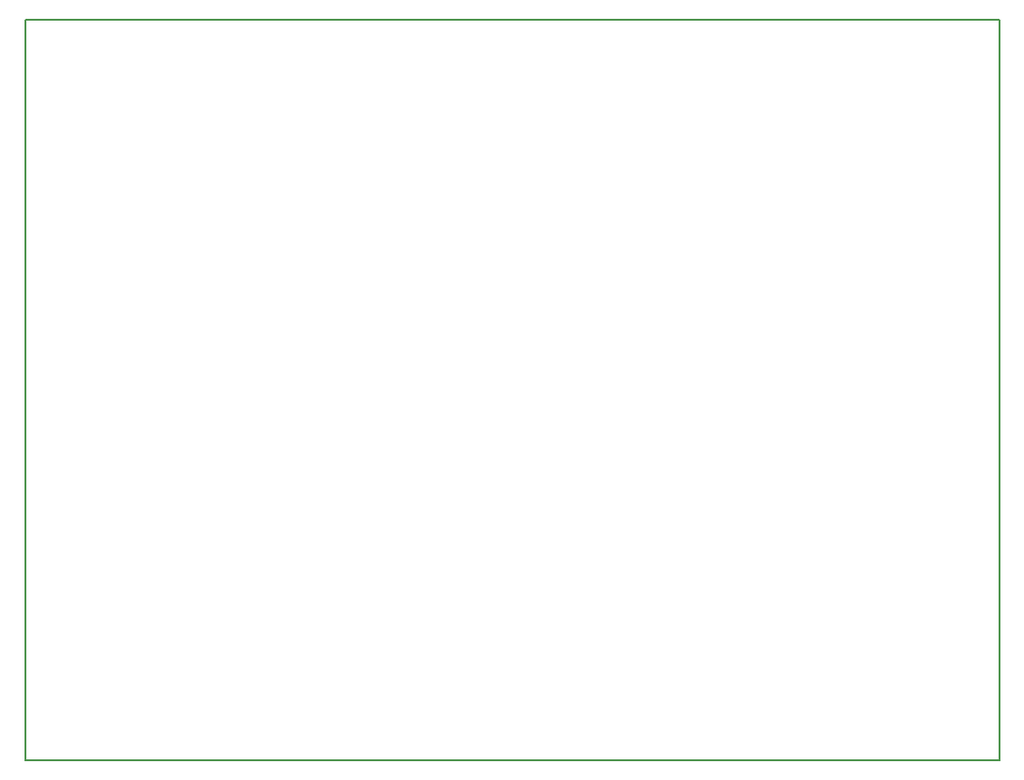
<source format=gbr>
G04 #@! TF.FileFunction,Profile,NP*
%FSLAX46Y46*%
G04 Gerber Fmt 4.6, Leading zero omitted, Abs format (unit mm)*
G04 Created by KiCad (PCBNEW 4.0.7) date 05/24/18 15:50:37*
%MOMM*%
%LPD*%
G01*
G04 APERTURE LIST*
%ADD10C,0.100000*%
%ADD11C,0.150000*%
G04 APERTURE END LIST*
D10*
D11*
X52705000Y-117475000D02*
X52705000Y-118745000D01*
X140335000Y-117475000D02*
X140335000Y-118745000D01*
X52705000Y-117475000D02*
X52705000Y-91440000D01*
X140335000Y-118745000D02*
X52705000Y-118745000D01*
X140335000Y-90170000D02*
X140335000Y-117475000D01*
X140335000Y-74295000D02*
X140335000Y-90170000D01*
X52705000Y-52070000D02*
X52705000Y-91440000D01*
X140335000Y-52070000D02*
X52705000Y-52070000D01*
X140335000Y-74295000D02*
X140335000Y-52070000D01*
M02*

</source>
